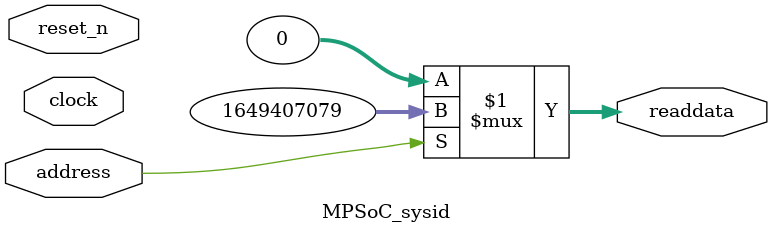
<source format=v>

`timescale 1ns / 1ps
// synthesis translate_on

// turn off superfluous verilog processor warnings 
// altera message_level Level1 
// altera message_off 10034 10035 10036 10037 10230 10240 10030 

module MPSoC_sysid (
               // inputs:
                address,
                clock,
                reset_n,

               // outputs:
                readdata
             )
;

  output  [ 31: 0] readdata;
  input            address;
  input            clock;
  input            reset_n;

  wire    [ 31: 0] readdata;
  //control_slave, which is an e_avalon_slave
  assign readdata = address ? 1649407079 : 0;

endmodule




</source>
